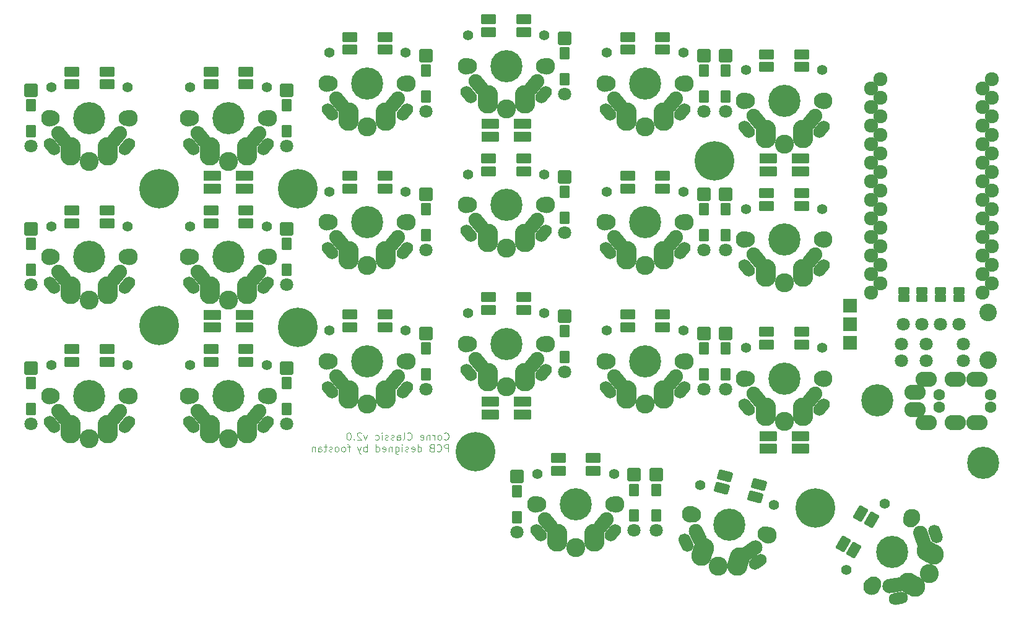
<source format=gbr>
G04 #@! TF.GenerationSoftware,KiCad,Pcbnew,8.0.8*
G04 #@! TF.CreationDate,2025-02-24T17:12:59+09:00*
G04 #@! TF.ProjectId,corne-classic,636f726e-652d-4636-9c61-737369632e6b,1.1*
G04 #@! TF.SameCoordinates,Original*
G04 #@! TF.FileFunction,Soldermask,Bot*
G04 #@! TF.FilePolarity,Negative*
%FSLAX46Y46*%
G04 Gerber Fmt 4.6, Leading zero omitted, Abs format (unit mm)*
G04 Created by KiCad (PCBNEW 8.0.8) date 2025-02-24 17:12:59*
%MOMM*%
%LPD*%
G01*
G04 APERTURE LIST*
G04 Aperture macros list*
%AMRoundRect*
0 Rectangle with rounded corners*
0 $1 Rounding radius*
0 $2 $3 $4 $5 $6 $7 $8 $9 X,Y pos of 4 corners*
0 Add a 4 corners polygon primitive as box body*
4,1,4,$2,$3,$4,$5,$6,$7,$8,$9,$2,$3,0*
0 Add four circle primitives for the rounded corners*
1,1,$1+$1,$2,$3*
1,1,$1+$1,$4,$5*
1,1,$1+$1,$6,$7*
1,1,$1+$1,$8,$9*
0 Add four rect primitives between the rounded corners*
20,1,$1+$1,$2,$3,$4,$5,0*
20,1,$1+$1,$4,$5,$6,$7,0*
20,1,$1+$1,$6,$7,$8,$9,0*
20,1,$1+$1,$8,$9,$2,$3,0*%
%AMHorizOval*
0 Thick line with rounded ends*
0 $1 width*
0 $2 $3 position (X,Y) of the first rounded end (center of the circle)*
0 $4 $5 position (X,Y) of the second rounded end (center of the circle)*
0 Add line between two ends*
20,1,$1,$2,$3,$4,$5,0*
0 Add two circle primitives to create the rounded ends*
1,1,$1,$2,$3*
1,1,$1,$4,$5*%
G04 Aperture macros list end*
%ADD10C,0.125000*%
%ADD11RoundRect,0.200000X-0.475000X0.650000X-0.475000X-0.650000X0.475000X-0.650000X0.475000X0.650000X0*%
%ADD12RoundRect,0.200000X-0.698500X0.698500X-0.698500X-0.698500X0.698500X-0.698500X0.698500X0.698500X0*%
%ADD13C,1.797000*%
%ADD14RoundRect,0.200000X-0.800000X-0.500000X0.800000X-0.500000X0.800000X0.500000X-0.800000X0.500000X0*%
%ADD15RoundRect,0.200000X-0.902150X-0.275908X0.643331X-0.690018X0.902150X0.275908X-0.643331X0.690018X0*%
%ADD16RoundRect,0.200000X-0.033013X0.942820X-0.833013X-0.442820X0.033013X-0.942820X0.833013X0.442820X0*%
%ADD17C,2.100000*%
%ADD18C,2.300000*%
%ADD19C,4.400000*%
%ADD20C,1.400000*%
%ADD21C,2.800000*%
%ADD22HorizOval,1.650000X-0.305324X0.363871X0.305324X-0.363871X0*%
%ADD23HorizOval,1.650000X-0.305324X-0.363871X0.305324X0.363871X0*%
%ADD24HorizOval,1.950000X-0.401742X-0.478778X0.401742X0.478778X0*%
%ADD25C,2.600000*%
%ADD26HorizOval,1.950000X-0.401742X0.478778X0.401742X-0.478778X0*%
%ADD27HorizOval,1.950000X-0.511970X-0.358485X0.511970X0.358485X0*%
%ADD28HorizOval,1.650000X-0.200744X0.430496X0.200744X-0.430496X0*%
%ADD29HorizOval,1.650000X-0.389097X-0.272449X0.389097X0.272449X0*%
%ADD30HorizOval,1.950000X-0.264136X0.566442X0.264136X-0.566442X0*%
%ADD31HorizOval,1.650000X0.162460X-0.446354X-0.162460X0.446354X0*%
%ADD32HorizOval,1.650000X-0.467784X-0.082483X0.467784X0.082483X0*%
%ADD33HorizOval,1.950000X0.213763X-0.587308X-0.213763X0.587308X0*%
%ADD34HorizOval,1.950000X-0.615505X-0.108530X0.615505X0.108530X0*%
%ADD35C,1.924000*%
%ADD36C,5.400000*%
%ADD37RoundRect,0.200000X0.762000X0.762000X-0.762000X0.762000X-0.762000X-0.762000X0.762000X-0.762000X0*%
%ADD38C,1.600000*%
%ADD39O,2.900000X2.100000*%
%ADD40C,2.400000*%
%ADD41RoundRect,0.200000X-1.000000X-0.500000X1.000000X-0.500000X1.000000X0.500000X-1.000000X0.500000X0*%
%ADD42RoundRect,0.200000X1.000000X0.500000X-1.000000X0.500000X-1.000000X-0.500000X1.000000X-0.500000X0*%
%ADD43RoundRect,0.200000X-0.571500X0.317500X-0.571500X-0.317500X0.571500X-0.317500X0.571500X0.317500X0*%
G04 APERTURE END LIST*
D10*
X118508240Y-121055908D02*
X118555859Y-121103528D01*
X118555859Y-121103528D02*
X118698716Y-121151147D01*
X118698716Y-121151147D02*
X118793954Y-121151147D01*
X118793954Y-121151147D02*
X118936811Y-121103528D01*
X118936811Y-121103528D02*
X119032049Y-121008289D01*
X119032049Y-121008289D02*
X119079668Y-120913051D01*
X119079668Y-120913051D02*
X119127287Y-120722575D01*
X119127287Y-120722575D02*
X119127287Y-120579718D01*
X119127287Y-120579718D02*
X119079668Y-120389242D01*
X119079668Y-120389242D02*
X119032049Y-120294004D01*
X119032049Y-120294004D02*
X118936811Y-120198766D01*
X118936811Y-120198766D02*
X118793954Y-120151147D01*
X118793954Y-120151147D02*
X118698716Y-120151147D01*
X118698716Y-120151147D02*
X118555859Y-120198766D01*
X118555859Y-120198766D02*
X118508240Y-120246385D01*
X117936811Y-121151147D02*
X118032049Y-121103528D01*
X118032049Y-121103528D02*
X118079668Y-121055908D01*
X118079668Y-121055908D02*
X118127287Y-120960670D01*
X118127287Y-120960670D02*
X118127287Y-120674956D01*
X118127287Y-120674956D02*
X118079668Y-120579718D01*
X118079668Y-120579718D02*
X118032049Y-120532099D01*
X118032049Y-120532099D02*
X117936811Y-120484480D01*
X117936811Y-120484480D02*
X117793954Y-120484480D01*
X117793954Y-120484480D02*
X117698716Y-120532099D01*
X117698716Y-120532099D02*
X117651097Y-120579718D01*
X117651097Y-120579718D02*
X117603478Y-120674956D01*
X117603478Y-120674956D02*
X117603478Y-120960670D01*
X117603478Y-120960670D02*
X117651097Y-121055908D01*
X117651097Y-121055908D02*
X117698716Y-121103528D01*
X117698716Y-121103528D02*
X117793954Y-121151147D01*
X117793954Y-121151147D02*
X117936811Y-121151147D01*
X117174906Y-121151147D02*
X117174906Y-120484480D01*
X117174906Y-120674956D02*
X117127287Y-120579718D01*
X117127287Y-120579718D02*
X117079668Y-120532099D01*
X117079668Y-120532099D02*
X116984430Y-120484480D01*
X116984430Y-120484480D02*
X116889192Y-120484480D01*
X116555858Y-120484480D02*
X116555858Y-121151147D01*
X116555858Y-120579718D02*
X116508239Y-120532099D01*
X116508239Y-120532099D02*
X116413001Y-120484480D01*
X116413001Y-120484480D02*
X116270144Y-120484480D01*
X116270144Y-120484480D02*
X116174906Y-120532099D01*
X116174906Y-120532099D02*
X116127287Y-120627337D01*
X116127287Y-120627337D02*
X116127287Y-121151147D01*
X115270144Y-121103528D02*
X115365382Y-121151147D01*
X115365382Y-121151147D02*
X115555858Y-121151147D01*
X115555858Y-121151147D02*
X115651096Y-121103528D01*
X115651096Y-121103528D02*
X115698715Y-121008289D01*
X115698715Y-121008289D02*
X115698715Y-120627337D01*
X115698715Y-120627337D02*
X115651096Y-120532099D01*
X115651096Y-120532099D02*
X115555858Y-120484480D01*
X115555858Y-120484480D02*
X115365382Y-120484480D01*
X115365382Y-120484480D02*
X115270144Y-120532099D01*
X115270144Y-120532099D02*
X115222525Y-120627337D01*
X115222525Y-120627337D02*
X115222525Y-120722575D01*
X115222525Y-120722575D02*
X115698715Y-120817813D01*
X113460620Y-121055908D02*
X113508239Y-121103528D01*
X113508239Y-121103528D02*
X113651096Y-121151147D01*
X113651096Y-121151147D02*
X113746334Y-121151147D01*
X113746334Y-121151147D02*
X113889191Y-121103528D01*
X113889191Y-121103528D02*
X113984429Y-121008289D01*
X113984429Y-121008289D02*
X114032048Y-120913051D01*
X114032048Y-120913051D02*
X114079667Y-120722575D01*
X114079667Y-120722575D02*
X114079667Y-120579718D01*
X114079667Y-120579718D02*
X114032048Y-120389242D01*
X114032048Y-120389242D02*
X113984429Y-120294004D01*
X113984429Y-120294004D02*
X113889191Y-120198766D01*
X113889191Y-120198766D02*
X113746334Y-120151147D01*
X113746334Y-120151147D02*
X113651096Y-120151147D01*
X113651096Y-120151147D02*
X113508239Y-120198766D01*
X113508239Y-120198766D02*
X113460620Y-120246385D01*
X112889191Y-121151147D02*
X112984429Y-121103528D01*
X112984429Y-121103528D02*
X113032048Y-121008289D01*
X113032048Y-121008289D02*
X113032048Y-120151147D01*
X112079667Y-121151147D02*
X112079667Y-120627337D01*
X112079667Y-120627337D02*
X112127286Y-120532099D01*
X112127286Y-120532099D02*
X112222524Y-120484480D01*
X112222524Y-120484480D02*
X112413000Y-120484480D01*
X112413000Y-120484480D02*
X112508238Y-120532099D01*
X112079667Y-121103528D02*
X112174905Y-121151147D01*
X112174905Y-121151147D02*
X112413000Y-121151147D01*
X112413000Y-121151147D02*
X112508238Y-121103528D01*
X112508238Y-121103528D02*
X112555857Y-121008289D01*
X112555857Y-121008289D02*
X112555857Y-120913051D01*
X112555857Y-120913051D02*
X112508238Y-120817813D01*
X112508238Y-120817813D02*
X112413000Y-120770194D01*
X112413000Y-120770194D02*
X112174905Y-120770194D01*
X112174905Y-120770194D02*
X112079667Y-120722575D01*
X111651095Y-121103528D02*
X111555857Y-121151147D01*
X111555857Y-121151147D02*
X111365381Y-121151147D01*
X111365381Y-121151147D02*
X111270143Y-121103528D01*
X111270143Y-121103528D02*
X111222524Y-121008289D01*
X111222524Y-121008289D02*
X111222524Y-120960670D01*
X111222524Y-120960670D02*
X111270143Y-120865432D01*
X111270143Y-120865432D02*
X111365381Y-120817813D01*
X111365381Y-120817813D02*
X111508238Y-120817813D01*
X111508238Y-120817813D02*
X111603476Y-120770194D01*
X111603476Y-120770194D02*
X111651095Y-120674956D01*
X111651095Y-120674956D02*
X111651095Y-120627337D01*
X111651095Y-120627337D02*
X111603476Y-120532099D01*
X111603476Y-120532099D02*
X111508238Y-120484480D01*
X111508238Y-120484480D02*
X111365381Y-120484480D01*
X111365381Y-120484480D02*
X111270143Y-120532099D01*
X110841571Y-121103528D02*
X110746333Y-121151147D01*
X110746333Y-121151147D02*
X110555857Y-121151147D01*
X110555857Y-121151147D02*
X110460619Y-121103528D01*
X110460619Y-121103528D02*
X110413000Y-121008289D01*
X110413000Y-121008289D02*
X110413000Y-120960670D01*
X110413000Y-120960670D02*
X110460619Y-120865432D01*
X110460619Y-120865432D02*
X110555857Y-120817813D01*
X110555857Y-120817813D02*
X110698714Y-120817813D01*
X110698714Y-120817813D02*
X110793952Y-120770194D01*
X110793952Y-120770194D02*
X110841571Y-120674956D01*
X110841571Y-120674956D02*
X110841571Y-120627337D01*
X110841571Y-120627337D02*
X110793952Y-120532099D01*
X110793952Y-120532099D02*
X110698714Y-120484480D01*
X110698714Y-120484480D02*
X110555857Y-120484480D01*
X110555857Y-120484480D02*
X110460619Y-120532099D01*
X109984428Y-121151147D02*
X109984428Y-120484480D01*
X109984428Y-120151147D02*
X110032047Y-120198766D01*
X110032047Y-120198766D02*
X109984428Y-120246385D01*
X109984428Y-120246385D02*
X109936809Y-120198766D01*
X109936809Y-120198766D02*
X109984428Y-120151147D01*
X109984428Y-120151147D02*
X109984428Y-120246385D01*
X109079667Y-121103528D02*
X109174905Y-121151147D01*
X109174905Y-121151147D02*
X109365381Y-121151147D01*
X109365381Y-121151147D02*
X109460619Y-121103528D01*
X109460619Y-121103528D02*
X109508238Y-121055908D01*
X109508238Y-121055908D02*
X109555857Y-120960670D01*
X109555857Y-120960670D02*
X109555857Y-120674956D01*
X109555857Y-120674956D02*
X109508238Y-120579718D01*
X109508238Y-120579718D02*
X109460619Y-120532099D01*
X109460619Y-120532099D02*
X109365381Y-120484480D01*
X109365381Y-120484480D02*
X109174905Y-120484480D01*
X109174905Y-120484480D02*
X109079667Y-120532099D01*
X107984428Y-120484480D02*
X107746333Y-121151147D01*
X107746333Y-121151147D02*
X107508238Y-120484480D01*
X107174904Y-120246385D02*
X107127285Y-120198766D01*
X107127285Y-120198766D02*
X107032047Y-120151147D01*
X107032047Y-120151147D02*
X106793952Y-120151147D01*
X106793952Y-120151147D02*
X106698714Y-120198766D01*
X106698714Y-120198766D02*
X106651095Y-120246385D01*
X106651095Y-120246385D02*
X106603476Y-120341623D01*
X106603476Y-120341623D02*
X106603476Y-120436861D01*
X106603476Y-120436861D02*
X106651095Y-120579718D01*
X106651095Y-120579718D02*
X107222523Y-121151147D01*
X107222523Y-121151147D02*
X106603476Y-121151147D01*
X106174904Y-121055908D02*
X106127285Y-121103528D01*
X106127285Y-121103528D02*
X106174904Y-121151147D01*
X106174904Y-121151147D02*
X106222523Y-121103528D01*
X106222523Y-121103528D02*
X106174904Y-121055908D01*
X106174904Y-121055908D02*
X106174904Y-121151147D01*
X105508238Y-120151147D02*
X105413000Y-120151147D01*
X105413000Y-120151147D02*
X105317762Y-120198766D01*
X105317762Y-120198766D02*
X105270143Y-120246385D01*
X105270143Y-120246385D02*
X105222524Y-120341623D01*
X105222524Y-120341623D02*
X105174905Y-120532099D01*
X105174905Y-120532099D02*
X105174905Y-120770194D01*
X105174905Y-120770194D02*
X105222524Y-120960670D01*
X105222524Y-120960670D02*
X105270143Y-121055908D01*
X105270143Y-121055908D02*
X105317762Y-121103528D01*
X105317762Y-121103528D02*
X105413000Y-121151147D01*
X105413000Y-121151147D02*
X105508238Y-121151147D01*
X105508238Y-121151147D02*
X105603476Y-121103528D01*
X105603476Y-121103528D02*
X105651095Y-121055908D01*
X105651095Y-121055908D02*
X105698714Y-120960670D01*
X105698714Y-120960670D02*
X105746333Y-120770194D01*
X105746333Y-120770194D02*
X105746333Y-120532099D01*
X105746333Y-120532099D02*
X105698714Y-120341623D01*
X105698714Y-120341623D02*
X105651095Y-120246385D01*
X105651095Y-120246385D02*
X105603476Y-120198766D01*
X105603476Y-120198766D02*
X105508238Y-120151147D01*
X119079668Y-122761091D02*
X119079668Y-121761091D01*
X119079668Y-121761091D02*
X118698716Y-121761091D01*
X118698716Y-121761091D02*
X118603478Y-121808710D01*
X118603478Y-121808710D02*
X118555859Y-121856329D01*
X118555859Y-121856329D02*
X118508240Y-121951567D01*
X118508240Y-121951567D02*
X118508240Y-122094424D01*
X118508240Y-122094424D02*
X118555859Y-122189662D01*
X118555859Y-122189662D02*
X118603478Y-122237281D01*
X118603478Y-122237281D02*
X118698716Y-122284900D01*
X118698716Y-122284900D02*
X119079668Y-122284900D01*
X117508240Y-122665852D02*
X117555859Y-122713472D01*
X117555859Y-122713472D02*
X117698716Y-122761091D01*
X117698716Y-122761091D02*
X117793954Y-122761091D01*
X117793954Y-122761091D02*
X117936811Y-122713472D01*
X117936811Y-122713472D02*
X118032049Y-122618233D01*
X118032049Y-122618233D02*
X118079668Y-122522995D01*
X118079668Y-122522995D02*
X118127287Y-122332519D01*
X118127287Y-122332519D02*
X118127287Y-122189662D01*
X118127287Y-122189662D02*
X118079668Y-121999186D01*
X118079668Y-121999186D02*
X118032049Y-121903948D01*
X118032049Y-121903948D02*
X117936811Y-121808710D01*
X117936811Y-121808710D02*
X117793954Y-121761091D01*
X117793954Y-121761091D02*
X117698716Y-121761091D01*
X117698716Y-121761091D02*
X117555859Y-121808710D01*
X117555859Y-121808710D02*
X117508240Y-121856329D01*
X116746335Y-122237281D02*
X116603478Y-122284900D01*
X116603478Y-122284900D02*
X116555859Y-122332519D01*
X116555859Y-122332519D02*
X116508240Y-122427757D01*
X116508240Y-122427757D02*
X116508240Y-122570614D01*
X116508240Y-122570614D02*
X116555859Y-122665852D01*
X116555859Y-122665852D02*
X116603478Y-122713472D01*
X116603478Y-122713472D02*
X116698716Y-122761091D01*
X116698716Y-122761091D02*
X117079668Y-122761091D01*
X117079668Y-122761091D02*
X117079668Y-121761091D01*
X117079668Y-121761091D02*
X116746335Y-121761091D01*
X116746335Y-121761091D02*
X116651097Y-121808710D01*
X116651097Y-121808710D02*
X116603478Y-121856329D01*
X116603478Y-121856329D02*
X116555859Y-121951567D01*
X116555859Y-121951567D02*
X116555859Y-122046805D01*
X116555859Y-122046805D02*
X116603478Y-122142043D01*
X116603478Y-122142043D02*
X116651097Y-122189662D01*
X116651097Y-122189662D02*
X116746335Y-122237281D01*
X116746335Y-122237281D02*
X117079668Y-122237281D01*
X114889192Y-122761091D02*
X114889192Y-121761091D01*
X114889192Y-122713472D02*
X114984430Y-122761091D01*
X114984430Y-122761091D02*
X115174906Y-122761091D01*
X115174906Y-122761091D02*
X115270144Y-122713472D01*
X115270144Y-122713472D02*
X115317763Y-122665852D01*
X115317763Y-122665852D02*
X115365382Y-122570614D01*
X115365382Y-122570614D02*
X115365382Y-122284900D01*
X115365382Y-122284900D02*
X115317763Y-122189662D01*
X115317763Y-122189662D02*
X115270144Y-122142043D01*
X115270144Y-122142043D02*
X115174906Y-122094424D01*
X115174906Y-122094424D02*
X114984430Y-122094424D01*
X114984430Y-122094424D02*
X114889192Y-122142043D01*
X114032049Y-122713472D02*
X114127287Y-122761091D01*
X114127287Y-122761091D02*
X114317763Y-122761091D01*
X114317763Y-122761091D02*
X114413001Y-122713472D01*
X114413001Y-122713472D02*
X114460620Y-122618233D01*
X114460620Y-122618233D02*
X114460620Y-122237281D01*
X114460620Y-122237281D02*
X114413001Y-122142043D01*
X114413001Y-122142043D02*
X114317763Y-122094424D01*
X114317763Y-122094424D02*
X114127287Y-122094424D01*
X114127287Y-122094424D02*
X114032049Y-122142043D01*
X114032049Y-122142043D02*
X113984430Y-122237281D01*
X113984430Y-122237281D02*
X113984430Y-122332519D01*
X113984430Y-122332519D02*
X114460620Y-122427757D01*
X113603477Y-122713472D02*
X113508239Y-122761091D01*
X113508239Y-122761091D02*
X113317763Y-122761091D01*
X113317763Y-122761091D02*
X113222525Y-122713472D01*
X113222525Y-122713472D02*
X113174906Y-122618233D01*
X113174906Y-122618233D02*
X113174906Y-122570614D01*
X113174906Y-122570614D02*
X113222525Y-122475376D01*
X113222525Y-122475376D02*
X113317763Y-122427757D01*
X113317763Y-122427757D02*
X113460620Y-122427757D01*
X113460620Y-122427757D02*
X113555858Y-122380138D01*
X113555858Y-122380138D02*
X113603477Y-122284900D01*
X113603477Y-122284900D02*
X113603477Y-122237281D01*
X113603477Y-122237281D02*
X113555858Y-122142043D01*
X113555858Y-122142043D02*
X113460620Y-122094424D01*
X113460620Y-122094424D02*
X113317763Y-122094424D01*
X113317763Y-122094424D02*
X113222525Y-122142043D01*
X112746334Y-122761091D02*
X112746334Y-122094424D01*
X112746334Y-121761091D02*
X112793953Y-121808710D01*
X112793953Y-121808710D02*
X112746334Y-121856329D01*
X112746334Y-121856329D02*
X112698715Y-121808710D01*
X112698715Y-121808710D02*
X112746334Y-121761091D01*
X112746334Y-121761091D02*
X112746334Y-121856329D01*
X111841573Y-122094424D02*
X111841573Y-122903948D01*
X111841573Y-122903948D02*
X111889192Y-122999186D01*
X111889192Y-122999186D02*
X111936811Y-123046805D01*
X111936811Y-123046805D02*
X112032049Y-123094424D01*
X112032049Y-123094424D02*
X112174906Y-123094424D01*
X112174906Y-123094424D02*
X112270144Y-123046805D01*
X111841573Y-122713472D02*
X111936811Y-122761091D01*
X111936811Y-122761091D02*
X112127287Y-122761091D01*
X112127287Y-122761091D02*
X112222525Y-122713472D01*
X112222525Y-122713472D02*
X112270144Y-122665852D01*
X112270144Y-122665852D02*
X112317763Y-122570614D01*
X112317763Y-122570614D02*
X112317763Y-122284900D01*
X112317763Y-122284900D02*
X112270144Y-122189662D01*
X112270144Y-122189662D02*
X112222525Y-122142043D01*
X112222525Y-122142043D02*
X112127287Y-122094424D01*
X112127287Y-122094424D02*
X111936811Y-122094424D01*
X111936811Y-122094424D02*
X111841573Y-122142043D01*
X111365382Y-122094424D02*
X111365382Y-122761091D01*
X111365382Y-122189662D02*
X111317763Y-122142043D01*
X111317763Y-122142043D02*
X111222525Y-122094424D01*
X111222525Y-122094424D02*
X111079668Y-122094424D01*
X111079668Y-122094424D02*
X110984430Y-122142043D01*
X110984430Y-122142043D02*
X110936811Y-122237281D01*
X110936811Y-122237281D02*
X110936811Y-122761091D01*
X110079668Y-122713472D02*
X110174906Y-122761091D01*
X110174906Y-122761091D02*
X110365382Y-122761091D01*
X110365382Y-122761091D02*
X110460620Y-122713472D01*
X110460620Y-122713472D02*
X110508239Y-122618233D01*
X110508239Y-122618233D02*
X110508239Y-122237281D01*
X110508239Y-122237281D02*
X110460620Y-122142043D01*
X110460620Y-122142043D02*
X110365382Y-122094424D01*
X110365382Y-122094424D02*
X110174906Y-122094424D01*
X110174906Y-122094424D02*
X110079668Y-122142043D01*
X110079668Y-122142043D02*
X110032049Y-122237281D01*
X110032049Y-122237281D02*
X110032049Y-122332519D01*
X110032049Y-122332519D02*
X110508239Y-122427757D01*
X109174906Y-122761091D02*
X109174906Y-121761091D01*
X109174906Y-122713472D02*
X109270144Y-122761091D01*
X109270144Y-122761091D02*
X109460620Y-122761091D01*
X109460620Y-122761091D02*
X109555858Y-122713472D01*
X109555858Y-122713472D02*
X109603477Y-122665852D01*
X109603477Y-122665852D02*
X109651096Y-122570614D01*
X109651096Y-122570614D02*
X109651096Y-122284900D01*
X109651096Y-122284900D02*
X109603477Y-122189662D01*
X109603477Y-122189662D02*
X109555858Y-122142043D01*
X109555858Y-122142043D02*
X109460620Y-122094424D01*
X109460620Y-122094424D02*
X109270144Y-122094424D01*
X109270144Y-122094424D02*
X109174906Y-122142043D01*
X107936810Y-122761091D02*
X107936810Y-121761091D01*
X107936810Y-122142043D02*
X107841572Y-122094424D01*
X107841572Y-122094424D02*
X107651096Y-122094424D01*
X107651096Y-122094424D02*
X107555858Y-122142043D01*
X107555858Y-122142043D02*
X107508239Y-122189662D01*
X107508239Y-122189662D02*
X107460620Y-122284900D01*
X107460620Y-122284900D02*
X107460620Y-122570614D01*
X107460620Y-122570614D02*
X107508239Y-122665852D01*
X107508239Y-122665852D02*
X107555858Y-122713472D01*
X107555858Y-122713472D02*
X107651096Y-122761091D01*
X107651096Y-122761091D02*
X107841572Y-122761091D01*
X107841572Y-122761091D02*
X107936810Y-122713472D01*
X107127286Y-122094424D02*
X106889191Y-122761091D01*
X106651096Y-122094424D02*
X106889191Y-122761091D01*
X106889191Y-122761091D02*
X106984429Y-122999186D01*
X106984429Y-122999186D02*
X107032048Y-123046805D01*
X107032048Y-123046805D02*
X107127286Y-123094424D01*
X105651095Y-122094424D02*
X105270143Y-122094424D01*
X105508238Y-122761091D02*
X105508238Y-121903948D01*
X105508238Y-121903948D02*
X105460619Y-121808710D01*
X105460619Y-121808710D02*
X105365381Y-121761091D01*
X105365381Y-121761091D02*
X105270143Y-121761091D01*
X104793952Y-122761091D02*
X104889190Y-122713472D01*
X104889190Y-122713472D02*
X104936809Y-122665852D01*
X104936809Y-122665852D02*
X104984428Y-122570614D01*
X104984428Y-122570614D02*
X104984428Y-122284900D01*
X104984428Y-122284900D02*
X104936809Y-122189662D01*
X104936809Y-122189662D02*
X104889190Y-122142043D01*
X104889190Y-122142043D02*
X104793952Y-122094424D01*
X104793952Y-122094424D02*
X104651095Y-122094424D01*
X104651095Y-122094424D02*
X104555857Y-122142043D01*
X104555857Y-122142043D02*
X104508238Y-122189662D01*
X104508238Y-122189662D02*
X104460619Y-122284900D01*
X104460619Y-122284900D02*
X104460619Y-122570614D01*
X104460619Y-122570614D02*
X104508238Y-122665852D01*
X104508238Y-122665852D02*
X104555857Y-122713472D01*
X104555857Y-122713472D02*
X104651095Y-122761091D01*
X104651095Y-122761091D02*
X104793952Y-122761091D01*
X103889190Y-122761091D02*
X103984428Y-122713472D01*
X103984428Y-122713472D02*
X104032047Y-122665852D01*
X104032047Y-122665852D02*
X104079666Y-122570614D01*
X104079666Y-122570614D02*
X104079666Y-122284900D01*
X104079666Y-122284900D02*
X104032047Y-122189662D01*
X104032047Y-122189662D02*
X103984428Y-122142043D01*
X103984428Y-122142043D02*
X103889190Y-122094424D01*
X103889190Y-122094424D02*
X103746333Y-122094424D01*
X103746333Y-122094424D02*
X103651095Y-122142043D01*
X103651095Y-122142043D02*
X103603476Y-122189662D01*
X103603476Y-122189662D02*
X103555857Y-122284900D01*
X103555857Y-122284900D02*
X103555857Y-122570614D01*
X103555857Y-122570614D02*
X103603476Y-122665852D01*
X103603476Y-122665852D02*
X103651095Y-122713472D01*
X103651095Y-122713472D02*
X103746333Y-122761091D01*
X103746333Y-122761091D02*
X103889190Y-122761091D01*
X103174904Y-122713472D02*
X103079666Y-122761091D01*
X103079666Y-122761091D02*
X102889190Y-122761091D01*
X102889190Y-122761091D02*
X102793952Y-122713472D01*
X102793952Y-122713472D02*
X102746333Y-122618233D01*
X102746333Y-122618233D02*
X102746333Y-122570614D01*
X102746333Y-122570614D02*
X102793952Y-122475376D01*
X102793952Y-122475376D02*
X102889190Y-122427757D01*
X102889190Y-122427757D02*
X103032047Y-122427757D01*
X103032047Y-122427757D02*
X103127285Y-122380138D01*
X103127285Y-122380138D02*
X103174904Y-122284900D01*
X103174904Y-122284900D02*
X103174904Y-122237281D01*
X103174904Y-122237281D02*
X103127285Y-122142043D01*
X103127285Y-122142043D02*
X103032047Y-122094424D01*
X103032047Y-122094424D02*
X102889190Y-122094424D01*
X102889190Y-122094424D02*
X102793952Y-122142043D01*
X102460618Y-122094424D02*
X102079666Y-122094424D01*
X102317761Y-121761091D02*
X102317761Y-122618233D01*
X102317761Y-122618233D02*
X102270142Y-122713472D01*
X102270142Y-122713472D02*
X102174904Y-122761091D01*
X102174904Y-122761091D02*
X102079666Y-122761091D01*
X101317761Y-122761091D02*
X101317761Y-122237281D01*
X101317761Y-122237281D02*
X101365380Y-122142043D01*
X101365380Y-122142043D02*
X101460618Y-122094424D01*
X101460618Y-122094424D02*
X101651094Y-122094424D01*
X101651094Y-122094424D02*
X101746332Y-122142043D01*
X101317761Y-122713472D02*
X101412999Y-122761091D01*
X101412999Y-122761091D02*
X101651094Y-122761091D01*
X101651094Y-122761091D02*
X101746332Y-122713472D01*
X101746332Y-122713472D02*
X101793951Y-122618233D01*
X101793951Y-122618233D02*
X101793951Y-122522995D01*
X101793951Y-122522995D02*
X101746332Y-122427757D01*
X101746332Y-122427757D02*
X101651094Y-122380138D01*
X101651094Y-122380138D02*
X101412999Y-122380138D01*
X101412999Y-122380138D02*
X101317761Y-122332519D01*
X100841570Y-122094424D02*
X100841570Y-122761091D01*
X100841570Y-122189662D02*
X100793951Y-122142043D01*
X100793951Y-122142043D02*
X100698713Y-122094424D01*
X100698713Y-122094424D02*
X100555856Y-122094424D01*
X100555856Y-122094424D02*
X100460618Y-122142043D01*
X100460618Y-122142043D02*
X100412999Y-122237281D01*
X100412999Y-122237281D02*
X100412999Y-122761091D01*
D11*
X62000000Y-75350000D03*
D12*
X62000000Y-73315000D03*
D11*
X62000000Y-78900000D03*
D13*
X62000000Y-80935000D03*
D11*
X97000000Y-75350000D03*
D12*
X97000000Y-73315000D03*
D11*
X97000000Y-78900000D03*
D13*
X97000000Y-80935000D03*
D11*
X116000000Y-70600000D03*
D12*
X116000000Y-68565000D03*
D13*
X116000000Y-76185000D03*
D11*
X116000000Y-74150000D03*
X135000000Y-68225000D03*
D12*
X135000000Y-66190000D03*
D13*
X135000000Y-73810000D03*
D11*
X135000000Y-71775000D03*
D12*
X154000000Y-68565000D03*
D11*
X154000000Y-70600000D03*
D13*
X154000000Y-76185000D03*
D11*
X154000000Y-74150000D03*
X157000000Y-70600000D03*
D12*
X157000000Y-68565000D03*
D11*
X157000000Y-74150000D03*
D13*
X157000000Y-76185000D03*
D12*
X62000000Y-92315000D03*
D11*
X62000000Y-94350000D03*
X62000000Y-97900000D03*
D13*
X62000000Y-99935000D03*
D12*
X97000000Y-92315000D03*
D11*
X97000000Y-94350000D03*
D13*
X97000000Y-99935000D03*
D11*
X97000000Y-97900000D03*
D12*
X116000000Y-87565000D03*
D11*
X116000000Y-89600000D03*
D13*
X116000000Y-95185000D03*
D11*
X116000000Y-93150000D03*
D12*
X135000000Y-85190000D03*
D11*
X135000000Y-87225000D03*
X135000000Y-90775000D03*
D13*
X135000000Y-92810000D03*
D12*
X154000000Y-87565000D03*
D11*
X154000000Y-89600000D03*
D13*
X154000000Y-95185000D03*
D11*
X154000000Y-93150000D03*
D12*
X157000000Y-87565000D03*
D11*
X157000000Y-89600000D03*
X157000000Y-93150000D03*
D13*
X157000000Y-95185000D03*
D12*
X62000000Y-111315000D03*
D11*
X62000000Y-113350000D03*
D13*
X62000000Y-118935000D03*
D11*
X62000000Y-116900000D03*
X97000000Y-113350000D03*
D12*
X97000000Y-111315000D03*
D11*
X97000000Y-116900000D03*
D13*
X97000000Y-118935000D03*
D11*
X116000000Y-108600000D03*
D12*
X116000000Y-106565000D03*
D13*
X116000000Y-114185000D03*
D11*
X116000000Y-112150000D03*
D12*
X135000000Y-104190000D03*
D11*
X135000000Y-106225000D03*
D13*
X135000000Y-111810000D03*
D11*
X135000000Y-109775000D03*
D12*
X154000000Y-106565000D03*
D11*
X154000000Y-108600000D03*
X154000000Y-112150000D03*
D13*
X154000000Y-114185000D03*
D11*
X157000000Y-108600000D03*
D12*
X157000000Y-106565000D03*
D13*
X157000000Y-114185000D03*
D11*
X157000000Y-112150000D03*
X128500000Y-128225000D03*
D12*
X128500000Y-126190000D03*
D11*
X128500000Y-131775000D03*
D13*
X128500000Y-133810000D03*
D12*
X144500000Y-125940000D03*
D11*
X144500000Y-127975000D03*
X144500000Y-131525000D03*
D13*
X144500000Y-133560000D03*
D11*
X147500000Y-127975000D03*
D12*
X147500000Y-125940000D03*
D13*
X147500000Y-133560000D03*
D11*
X147500000Y-131525000D03*
D14*
X67600000Y-70750000D03*
X67600000Y-72500000D03*
X72400000Y-72500000D03*
X72400000Y-70750000D03*
X86600000Y-70750000D03*
X86600000Y-72500000D03*
X91400000Y-72500000D03*
X91400000Y-70750000D03*
X105600000Y-66000000D03*
X105600000Y-67750000D03*
X110400000Y-67750000D03*
X110400000Y-66000000D03*
X124600000Y-63625000D03*
X124600000Y-65375000D03*
X129400000Y-65375000D03*
X129400000Y-63625000D03*
X143600000Y-66000000D03*
X143600000Y-67750000D03*
X148400000Y-67750000D03*
X148400000Y-66000000D03*
X162600000Y-68375000D03*
X162600000Y-70125000D03*
X167400000Y-70125000D03*
X167400000Y-68375000D03*
X67600000Y-89750000D03*
X67600000Y-91500000D03*
X72400000Y-91500000D03*
X72400000Y-89750000D03*
X86600000Y-89750000D03*
X86600000Y-91500000D03*
X91400000Y-91500000D03*
X91400000Y-89750000D03*
X105600000Y-85000000D03*
X105600000Y-86750000D03*
X110400000Y-86750000D03*
X110400000Y-85000000D03*
X124600000Y-82625000D03*
X124600000Y-84375000D03*
X129400000Y-84375000D03*
X129400000Y-82625000D03*
X143600000Y-85000000D03*
X143600000Y-86750000D03*
X148400000Y-86750000D03*
X148400000Y-85000000D03*
X162600000Y-87375000D03*
X162600000Y-89125000D03*
X167400000Y-89125000D03*
X167400000Y-87375000D03*
X67600000Y-108750000D03*
X67600000Y-110500000D03*
X72400000Y-110500000D03*
X72400000Y-108750000D03*
X86600000Y-108750000D03*
X86600000Y-110500000D03*
X91400000Y-110500000D03*
X91400000Y-108750000D03*
X105600000Y-104000000D03*
X105600000Y-105750000D03*
X110400000Y-105750000D03*
X110400000Y-104000000D03*
X124600000Y-101625000D03*
X124600000Y-103375000D03*
X129400000Y-103375000D03*
X129400000Y-101625000D03*
X143600000Y-104000000D03*
X143600000Y-105750000D03*
X148400000Y-105750000D03*
X148400000Y-104000000D03*
X162600000Y-106375000D03*
X162600000Y-108125000D03*
X167400000Y-108125000D03*
X167400000Y-106375000D03*
X134100000Y-123625000D03*
X134100000Y-125375000D03*
X138900000Y-125375000D03*
X138900000Y-123625000D03*
D15*
X156908245Y-126033649D03*
X156455311Y-127724019D03*
X161091755Y-128966351D03*
X161544689Y-127275981D03*
D16*
X176957772Y-132109039D03*
X175442228Y-131234039D03*
X173042228Y-135390961D03*
X174557772Y-136265961D03*
D17*
X64920000Y-77125000D03*
D18*
X75500000Y-77125000D03*
D17*
X75080000Y-77125000D03*
D19*
X70000000Y-77125000D03*
D20*
X75220000Y-72925000D03*
D18*
X64500000Y-77125000D03*
D20*
X64780000Y-72925000D03*
D21*
X72540000Y-82205000D03*
D22*
X64900000Y-81025000D03*
D23*
X75100000Y-81025000D03*
D24*
X73810000Y-79665000D03*
D21*
X72540000Y-81125000D03*
X72540000Y-81625000D03*
X67460000Y-81125000D03*
D25*
X70000000Y-83025000D03*
D21*
X67460000Y-82205000D03*
D26*
X66190000Y-79665000D03*
D21*
X67460000Y-81625000D03*
D19*
X89000000Y-77125000D03*
D20*
X83780000Y-72925000D03*
D17*
X94080000Y-77125000D03*
X83920000Y-77125000D03*
D20*
X94220000Y-72925000D03*
D18*
X83500000Y-77125000D03*
X94500000Y-77125000D03*
D23*
X94100000Y-81025000D03*
D22*
X83900000Y-81025000D03*
D24*
X92810000Y-79665000D03*
D21*
X91540000Y-81625000D03*
X91540000Y-81125000D03*
X91540000Y-82205000D03*
D26*
X85190000Y-79665000D03*
D25*
X89000000Y-83025000D03*
D21*
X86460000Y-82205000D03*
X86460000Y-81625000D03*
X86460000Y-81125000D03*
D20*
X102780000Y-68175000D03*
D19*
X108000000Y-72375000D03*
D17*
X102920000Y-72375000D03*
D20*
X113220000Y-68175000D03*
D18*
X102500000Y-72375000D03*
X113500000Y-72375000D03*
D17*
X113080000Y-72375000D03*
D21*
X110540000Y-77455000D03*
X110540000Y-76875000D03*
D24*
X111810000Y-74915000D03*
D21*
X110540000Y-76375000D03*
D22*
X102900000Y-76275000D03*
D23*
X113100000Y-76275000D03*
D21*
X105460000Y-76375000D03*
D25*
X108000000Y-78275000D03*
D26*
X104190000Y-74915000D03*
D21*
X105460000Y-77455000D03*
X105460000Y-76875000D03*
D17*
X132080000Y-70000000D03*
X121920000Y-70000000D03*
D20*
X132220000Y-65800000D03*
D19*
X127000000Y-70000000D03*
D20*
X121780000Y-65800000D03*
D18*
X132500000Y-70000000D03*
X121500000Y-70000000D03*
D21*
X129540000Y-74000000D03*
D23*
X132100000Y-73900000D03*
D22*
X121900000Y-73900000D03*
D21*
X129540000Y-75080000D03*
D24*
X130810000Y-72540000D03*
D21*
X129540000Y-74500000D03*
X124460000Y-74000000D03*
D25*
X127000000Y-75900000D03*
D26*
X123190000Y-72540000D03*
D21*
X124460000Y-75080000D03*
X124460000Y-74500000D03*
D19*
X146000000Y-72375000D03*
D17*
X151080000Y-72375000D03*
D18*
X151500000Y-72375000D03*
D20*
X151220000Y-68175000D03*
D18*
X140500000Y-72375000D03*
D20*
X140780000Y-68175000D03*
D17*
X140920000Y-72375000D03*
D21*
X148540000Y-76375000D03*
X148540000Y-76875000D03*
X148540000Y-77455000D03*
D22*
X140900000Y-76275000D03*
D23*
X151100000Y-76275000D03*
D24*
X149810000Y-74915000D03*
D21*
X143460000Y-77455000D03*
X143460000Y-76375000D03*
D25*
X146000000Y-78275000D03*
D21*
X143460000Y-76875000D03*
D26*
X142190000Y-74915000D03*
D17*
X170080000Y-74750000D03*
D18*
X170500000Y-74750000D03*
X159500000Y-74750000D03*
D20*
X159780000Y-70550000D03*
X170220000Y-70550000D03*
D17*
X159920000Y-74750000D03*
D19*
X165000000Y-74750000D03*
D21*
X167540000Y-79830000D03*
X167540000Y-78750000D03*
D24*
X168810000Y-77290000D03*
D21*
X167540000Y-79250000D03*
D23*
X170100000Y-78650000D03*
D22*
X159900000Y-78650000D03*
D25*
X165000000Y-80650000D03*
D21*
X162460000Y-79250000D03*
D26*
X161190000Y-77290000D03*
D21*
X162460000Y-79830000D03*
X162460000Y-78750000D03*
D20*
X75220000Y-91925000D03*
D17*
X75080000Y-96125000D03*
D18*
X75500000Y-96125000D03*
D19*
X70000000Y-96125000D03*
D17*
X64920000Y-96125000D03*
D18*
X64500000Y-96125000D03*
D20*
X64780000Y-91925000D03*
D22*
X64900000Y-100025000D03*
D23*
X75100000Y-100025000D03*
D21*
X72540000Y-100125000D03*
D24*
X73810000Y-98665000D03*
D21*
X72540000Y-101205000D03*
X72540000Y-100625000D03*
X67460000Y-101205000D03*
D26*
X66190000Y-98665000D03*
D21*
X67460000Y-100625000D03*
X67460000Y-100125000D03*
D25*
X70000000Y-102025000D03*
D19*
X89000000Y-96125000D03*
D17*
X94080000Y-96125000D03*
X83920000Y-96125000D03*
D20*
X94220000Y-91925000D03*
D18*
X94500000Y-96125000D03*
X83500000Y-96125000D03*
D20*
X83780000Y-91925000D03*
D23*
X94100000Y-100025000D03*
D21*
X91540000Y-100125000D03*
D22*
X83900000Y-100025000D03*
D21*
X91540000Y-100625000D03*
D24*
X92810000Y-98665000D03*
D21*
X91540000Y-101205000D03*
X86460000Y-101205000D03*
D26*
X85190000Y-98665000D03*
D25*
X89000000Y-102025000D03*
D21*
X86460000Y-100125000D03*
X86460000Y-100625000D03*
D19*
X108000000Y-91375000D03*
D20*
X113220000Y-87175000D03*
D18*
X102500000Y-91375000D03*
X113500000Y-91375000D03*
D20*
X102780000Y-87175000D03*
D17*
X102920000Y-91375000D03*
X113080000Y-91375000D03*
D22*
X102900000Y-95275000D03*
D23*
X113100000Y-95275000D03*
D21*
X110540000Y-96455000D03*
X110540000Y-95375000D03*
X110540000Y-95875000D03*
D24*
X111810000Y-93915000D03*
D25*
X108000000Y-97275000D03*
D21*
X105460000Y-95875000D03*
D26*
X104190000Y-93915000D03*
D21*
X105460000Y-95375000D03*
X105460000Y-96455000D03*
D17*
X132080000Y-89000000D03*
X121920000Y-89000000D03*
D20*
X132220000Y-84800000D03*
X121780000Y-84800000D03*
D18*
X121500000Y-89000000D03*
X132500000Y-89000000D03*
D19*
X127000000Y-89000000D03*
D23*
X132100000Y-92900000D03*
D24*
X130810000Y-91540000D03*
D21*
X129540000Y-93500000D03*
D22*
X121900000Y-92900000D03*
D21*
X129540000Y-93000000D03*
X129540000Y-94080000D03*
D25*
X127000000Y-94900000D03*
D21*
X124460000Y-93500000D03*
X124460000Y-93000000D03*
D26*
X123190000Y-91540000D03*
D21*
X124460000Y-94080000D03*
D17*
X140920000Y-91375000D03*
D20*
X151220000Y-87175000D03*
D17*
X151080000Y-91375000D03*
D19*
X146000000Y-91375000D03*
D18*
X151500000Y-91375000D03*
D20*
X140780000Y-87175000D03*
D18*
X140500000Y-91375000D03*
D21*
X148540000Y-95375000D03*
D22*
X140900000Y-95275000D03*
D24*
X149810000Y-93915000D03*
D21*
X148540000Y-95875000D03*
D23*
X151100000Y-95275000D03*
D21*
X148540000Y-96455000D03*
D25*
X146000000Y-97275000D03*
D21*
X143460000Y-96455000D03*
D26*
X142190000Y-93915000D03*
D21*
X143460000Y-95875000D03*
X143460000Y-95375000D03*
D19*
X165000000Y-93750000D03*
D18*
X159500000Y-93750000D03*
X170500000Y-93750000D03*
D17*
X159920000Y-93750000D03*
D20*
X170220000Y-89550000D03*
X159780000Y-89550000D03*
D17*
X170080000Y-93750000D03*
D21*
X167540000Y-97750000D03*
D24*
X168810000Y-96290000D03*
D22*
X159900000Y-97650000D03*
D23*
X170100000Y-97650000D03*
D21*
X167540000Y-98830000D03*
X167540000Y-98250000D03*
D25*
X165000000Y-99650000D03*
D21*
X162460000Y-97750000D03*
D26*
X161190000Y-96290000D03*
D21*
X162460000Y-98830000D03*
X162460000Y-98250000D03*
D17*
X75080000Y-115125000D03*
D20*
X64780000Y-110925000D03*
D18*
X64500000Y-115125000D03*
D19*
X70000000Y-115125000D03*
D20*
X75220000Y-110925000D03*
D18*
X75500000Y-115125000D03*
D17*
X64920000Y-115125000D03*
D24*
X73810000Y-117665000D03*
D22*
X64900000Y-119025000D03*
D21*
X72540000Y-120205000D03*
X72540000Y-119125000D03*
D23*
X75100000Y-119025000D03*
D21*
X72540000Y-119625000D03*
X67460000Y-119625000D03*
D25*
X70000000Y-121025000D03*
D21*
X67460000Y-119125000D03*
D26*
X66190000Y-117665000D03*
D21*
X67460000Y-120205000D03*
D20*
X94220000Y-110925000D03*
X83780000Y-110925000D03*
D18*
X94500000Y-115125000D03*
D19*
X89000000Y-115125000D03*
D17*
X83920000Y-115125000D03*
D18*
X83500000Y-115125000D03*
D17*
X94080000Y-115125000D03*
D22*
X83900000Y-119025000D03*
D23*
X94100000Y-119025000D03*
D21*
X91540000Y-120205000D03*
X91540000Y-119125000D03*
D24*
X92810000Y-117665000D03*
D21*
X91540000Y-119625000D03*
X86460000Y-119125000D03*
X86460000Y-120205000D03*
X86460000Y-119625000D03*
D25*
X89000000Y-121025000D03*
D26*
X85190000Y-117665000D03*
D20*
X113220000Y-106175000D03*
D18*
X102500000Y-110375000D03*
D17*
X102920000Y-110375000D03*
X113080000Y-110375000D03*
D18*
X113500000Y-110375000D03*
D20*
X102780000Y-106175000D03*
D19*
X108000000Y-110375000D03*
D22*
X102900000Y-114275000D03*
D21*
X110540000Y-115455000D03*
X110540000Y-114875000D03*
D23*
X113100000Y-114275000D03*
D24*
X111810000Y-112915000D03*
D21*
X110540000Y-114375000D03*
X105460000Y-114375000D03*
X105460000Y-115455000D03*
D26*
X104190000Y-112915000D03*
D25*
X108000000Y-116275000D03*
D21*
X105460000Y-114875000D03*
D17*
X121920000Y-108000000D03*
D19*
X127000000Y-108000000D03*
D18*
X121500000Y-108000000D03*
X132500000Y-108000000D03*
D17*
X132080000Y-108000000D03*
D20*
X132220000Y-103800000D03*
X121780000Y-103800000D03*
D21*
X129540000Y-113080000D03*
D22*
X121900000Y-111900000D03*
D21*
X129540000Y-112000000D03*
D23*
X132100000Y-111900000D03*
D24*
X130810000Y-110540000D03*
D21*
X129540000Y-112500000D03*
X124460000Y-112000000D03*
D26*
X123190000Y-110540000D03*
D25*
X127000000Y-113900000D03*
D21*
X124460000Y-112500000D03*
X124460000Y-113080000D03*
D18*
X151500000Y-110375000D03*
X140500000Y-110375000D03*
D20*
X140780000Y-106175000D03*
D17*
X151080000Y-110375000D03*
D20*
X151220000Y-106175000D03*
D17*
X140920000Y-110375000D03*
D19*
X146000000Y-110375000D03*
D21*
X148540000Y-114375000D03*
D24*
X149810000Y-112915000D03*
D21*
X148540000Y-114875000D03*
D22*
X140900000Y-114275000D03*
D21*
X148540000Y-115455000D03*
D23*
X151100000Y-114275000D03*
D26*
X142190000Y-112915000D03*
D21*
X143460000Y-114375000D03*
X143460000Y-114875000D03*
X143460000Y-115455000D03*
D25*
X146000000Y-116275000D03*
D20*
X159780000Y-108550000D03*
X170220000Y-108550000D03*
D18*
X170500000Y-112750000D03*
D17*
X159920000Y-112750000D03*
X170080000Y-112750000D03*
D19*
X165000000Y-112750000D03*
D18*
X159500000Y-112750000D03*
D21*
X167540000Y-117250000D03*
D23*
X170100000Y-116650000D03*
D21*
X167540000Y-117830000D03*
X167540000Y-116750000D03*
D24*
X168810000Y-115290000D03*
D22*
X159900000Y-116650000D03*
D21*
X162460000Y-117250000D03*
D26*
X161190000Y-115290000D03*
D21*
X162460000Y-116750000D03*
X162460000Y-117830000D03*
D25*
X165000000Y-118650000D03*
D20*
X141720000Y-125800000D03*
D17*
X141580000Y-130000000D03*
D20*
X131280000Y-125800000D03*
D18*
X131000000Y-130000000D03*
X142000000Y-130000000D03*
D17*
X131420000Y-130000000D03*
D19*
X136500000Y-130000000D03*
D21*
X139040000Y-134500000D03*
D22*
X131400000Y-133900000D03*
D21*
X139040000Y-135080000D03*
D23*
X141600000Y-133900000D03*
D21*
X139040000Y-134000000D03*
D24*
X140310000Y-132540000D03*
D21*
X133960000Y-134500000D03*
X133960000Y-135080000D03*
D26*
X132690000Y-132540000D03*
D25*
X136500000Y-135900000D03*
D21*
X133960000Y-134000000D03*
D18*
X152187408Y-131326495D03*
D17*
X162406903Y-134064801D03*
D19*
X157500000Y-132750000D03*
D17*
X152593097Y-131435199D03*
D20*
X163629173Y-130044147D03*
D18*
X162812592Y-134173505D03*
D20*
X153544907Y-127342076D03*
D21*
X158788766Y-137754067D03*
X158638651Y-138314304D03*
X158918175Y-137271104D03*
D27*
X160522777Y-136189552D03*
D28*
X151564384Y-135197134D03*
D29*
X161416827Y-137837088D03*
D21*
X154011272Y-135956303D03*
X153731748Y-136999503D03*
D30*
X153162422Y-134217351D03*
D21*
X153881863Y-136439266D03*
D25*
X155972968Y-138448962D03*
D17*
X182290000Y-132100591D03*
D20*
X178722693Y-129879347D03*
D18*
X182500000Y-131736860D03*
D19*
X179750000Y-136500000D03*
D17*
X177210000Y-140899409D03*
D20*
X173502693Y-138920653D03*
D18*
X177000000Y-141263140D03*
D21*
X184484102Y-136300295D03*
X185419409Y-136840295D03*
D31*
X185677499Y-134033270D03*
D32*
X180577499Y-142866730D03*
D21*
X184917113Y-136550295D03*
D33*
X183854705Y-134470443D03*
D25*
X184859550Y-139450000D03*
D34*
X180044705Y-141069557D03*
D21*
X181944102Y-140699705D03*
X182377114Y-140949705D03*
X182879409Y-141239705D03*
D35*
X176860000Y-73042000D03*
X193406400Y-71772000D03*
X193406400Y-74312000D03*
X176860000Y-75582000D03*
X193406400Y-76852000D03*
X176860000Y-78122000D03*
X176860000Y-80662000D03*
X193406400Y-79392000D03*
X176860000Y-83202000D03*
X193406400Y-81932000D03*
X193406400Y-84472000D03*
X176860000Y-85742000D03*
X193406400Y-87012000D03*
X176860000Y-88282000D03*
X193406400Y-89552000D03*
X176860000Y-90822000D03*
X193406400Y-92092000D03*
X176860000Y-93362000D03*
X176860000Y-95902000D03*
X193406400Y-94632000D03*
X193406400Y-97172000D03*
X176860000Y-98442000D03*
X176860000Y-100982000D03*
X193406400Y-99712000D03*
X178186400Y-99712000D03*
X192100000Y-100982000D03*
X192100000Y-98442000D03*
X178186400Y-97172000D03*
X192100000Y-95902000D03*
X178186400Y-94632000D03*
X192100000Y-93362000D03*
X178186400Y-92092000D03*
X192100000Y-90822000D03*
X178186400Y-89552000D03*
X178186400Y-87012000D03*
X192100000Y-88282000D03*
X192100000Y-85742000D03*
X178186400Y-84472000D03*
X178186400Y-81932000D03*
X192100000Y-83202000D03*
X192100000Y-80662000D03*
X178186400Y-79392000D03*
X192100000Y-78122000D03*
X178186400Y-76852000D03*
X192100000Y-75582000D03*
X178186400Y-74312000D03*
X178186400Y-71772000D03*
X192100000Y-73042000D03*
D13*
X189540000Y-108000000D03*
X184460000Y-108000000D03*
X189540000Y-110300000D03*
X184460000Y-110300000D03*
D19*
X177750000Y-115750000D03*
X192250000Y-124250000D03*
D36*
X79500000Y-86750000D03*
X79500000Y-105500000D03*
X98500000Y-86750000D03*
X98500000Y-105750000D03*
X155500000Y-83000000D03*
X122750000Y-122750000D03*
X169250000Y-130500000D03*
D37*
X174000000Y-102820000D03*
X174000000Y-105360000D03*
X174000000Y-107900000D03*
D13*
X181300000Y-105300000D03*
X183840000Y-105300000D03*
X186380000Y-105300000D03*
X188920000Y-105300000D03*
X181000000Y-108000000D03*
X181000000Y-110300000D03*
D38*
X186200000Y-116700000D03*
X193200000Y-116700000D03*
X186200000Y-114950000D03*
X193200000Y-114950000D03*
D39*
X182900000Y-114600000D03*
X182900000Y-117050000D03*
X191400000Y-118800000D03*
X191400000Y-112850000D03*
X188400000Y-118800000D03*
X188400000Y-112850000D03*
X184400000Y-112850000D03*
X184400000Y-118800000D03*
D40*
X192900000Y-103750000D03*
X192900000Y-110250000D03*
D41*
X86800000Y-86775000D03*
X86800000Y-85025000D03*
X91200000Y-85025000D03*
X91200000Y-86775000D03*
X124800000Y-79675000D03*
X124800000Y-77925000D03*
X129200000Y-77925000D03*
X129200000Y-79675000D03*
X162800000Y-84375000D03*
X162800000Y-82625000D03*
X167200000Y-82625000D03*
X167200000Y-84375000D03*
D42*
X91200000Y-104025000D03*
X91200000Y-105775000D03*
X86800000Y-105775000D03*
X86800000Y-104025000D03*
X129200000Y-115925000D03*
X129200000Y-117675000D03*
X124800000Y-117675000D03*
X124800000Y-115925000D03*
X167200000Y-120625000D03*
X167200000Y-122375000D03*
X162800000Y-122375000D03*
X162800000Y-120625000D03*
D43*
X188875000Y-100749620D03*
X188875000Y-101750380D03*
X186375000Y-100749620D03*
X186375000Y-101750380D03*
X183875000Y-100749620D03*
X183875000Y-101750380D03*
X181375000Y-100749620D03*
X181375000Y-101750380D03*
M02*

</source>
